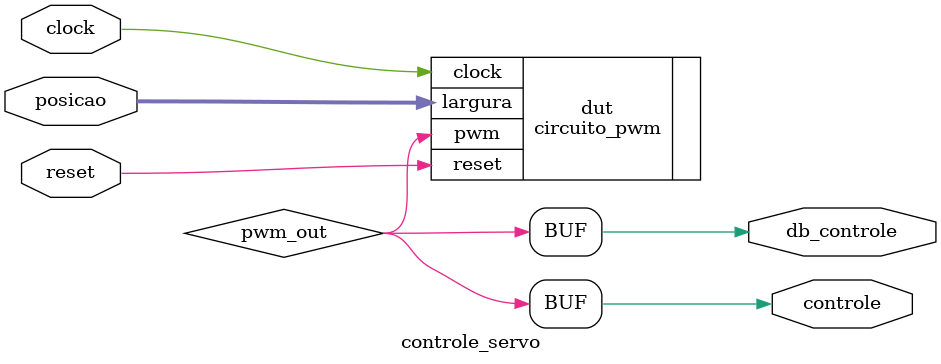
<source format=v>
module controle_servo (
 input wire clock,
 input wire reset,
 input wire [1:0] posicao,
 output wire controle,
 output wire db_controle
);

wire pwm_out;

circuito_pwm #(           // instanciado com valores default
        .conf_periodo(1000000),  // T=20ms
        .largura_00  (0),  // pulso=0
        .largura_01  (50000),  // pulso de 1ms
        .largura_10  (75000),  // pulso de 1.5ms
        .largura_11  (100000)   // pulso de 2ms
    ) dut (
        .clock   (clock),
        .reset   (reset),
        .largura (posicao),
        .pwm     (pwm_out)
    );

assign controle = pwm_out;
assign db_controle = pwm_out;

endmodule
</source>
